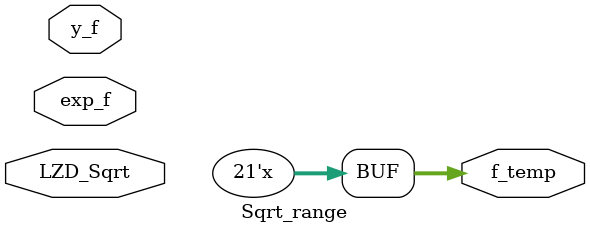
<source format=v>
`timescale 1ns/1ps
module Sqrt_range(exp_f,LZD_Sqrt,y_f,f_temp);
input [5:0] exp_f;
input [5:0] LZD_Sqrt;
input [20:0] y_f;
output [20:0] f_temp;
reg [20:0] f_temp;
reg [5:0] exp_f_1;

always@(exp_f or LZD_Sqrt or y_f or exp_f_1)
begin
//Performing Left or Right shift based of the value of exp_f[0]
exp_f_1 <= (exp_f[0])?((LZD_Sqrt-6'b010001) < 6)?((6 - (LZD_Sqrt-6'b010001))>>1):(((LZD_Sqrt-6'b010001) - 5)>>1):((LZD_Sqrt-6'b010001) < 6)?((5 - (LZD_Sqrt-6'b010001))>>1):(((LZD_Sqrt-6'b010001) - 5)>>1);
f_temp <= ((LZD_Sqrt-6'b010001) < 6)?(y_f << exp_f_1):(y_f >> exp_f_1);
end
endmodule 
</source>
